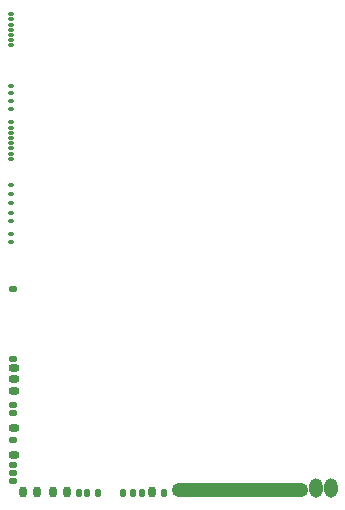
<source format=gbs>
G04*
G04 #@! TF.GenerationSoftware,Altium Limited,Altium Designer,20.2.7 (254)*
G04*
G04 Layer_Color=16711935*
%FSLAX25Y25*%
%MOIN*%
G70*
G04*
G04 #@! TF.SameCoordinates,F843C583-EBE9-4D23-8C3A-A0ED9C3F7A7C*
G04*
G04*
G04 #@! TF.FilePolarity,Negative*
G04*
G01*
G75*
%ADD41O,0.04488X0.06457*%
%ADD42O,0.03701X0.02913*%
%ADD85O,0.02126X0.01339*%
%ADD86O,0.02913X0.02126*%
%ADD87O,0.02913X0.03701*%
%ADD88O,0.45433X0.04882*%
%ADD89O,0.02126X0.02913*%
D41*
X107486Y3204D02*
D03*
X102542D02*
D03*
D42*
X1856Y43164D02*
D03*
Y39719D02*
D03*
Y35487D02*
D03*
Y23184D02*
D03*
Y14227D02*
D03*
D85*
X1069Y161176D02*
D03*
Y159444D02*
D03*
Y157712D02*
D03*
Y155979D02*
D03*
Y154247D02*
D03*
Y152515D02*
D03*
Y150782D02*
D03*
Y137377D02*
D03*
Y134778D02*
D03*
Y132180D02*
D03*
Y129581D02*
D03*
Y125152D02*
D03*
Y123420D02*
D03*
Y121688D02*
D03*
Y119956D02*
D03*
Y118223D02*
D03*
Y116491D02*
D03*
Y114759D02*
D03*
Y113026D02*
D03*
Y104385D02*
D03*
Y101251D02*
D03*
Y98102D02*
D03*
Y94952D02*
D03*
Y85408D02*
D03*
Y88007D02*
D03*
Y92180D02*
D03*
D86*
X1483Y69444D02*
D03*
Y46412D02*
D03*
Y5586D02*
D03*
Y8322D02*
D03*
Y11000D02*
D03*
Y19366D02*
D03*
Y28204D02*
D03*
Y30763D02*
D03*
D87*
X5026Y1924D02*
D03*
X9652D02*
D03*
X14967D02*
D03*
X19593D02*
D03*
X47939Y1924D02*
D03*
D88*
X77171Y2712D02*
D03*
D89*
X51778Y1530D02*
D03*
X44515D02*
D03*
X38117D02*
D03*
X23608D02*
D03*
X26405D02*
D03*
X29948D02*
D03*
X41640D02*
D03*
M02*

</source>
